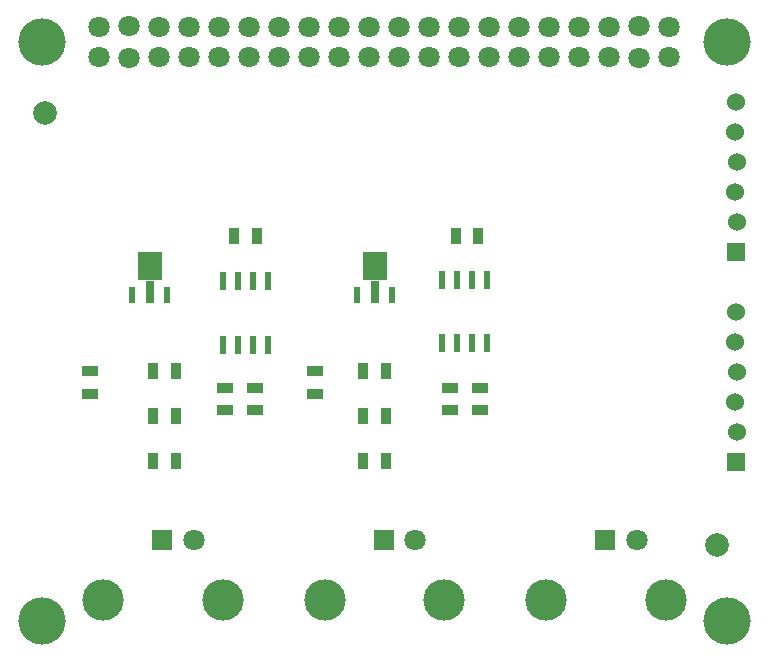
<source format=gbr>
%TF.GenerationSoftware,KiCad,Pcbnew,(6.0.0-0)*%
%TF.CreationDate,2022-01-12T23:13:02-08:00*%
%TF.ProjectId,tentacle-raspi,74656e74-6163-46c6-952d-72617370692e,1.0*%
%TF.SameCoordinates,Original*%
%TF.FileFunction,Soldermask,Bot*%
%TF.FilePolarity,Negative*%
%FSLAX46Y46*%
G04 Gerber Fmt 4.6, Leading zero omitted, Abs format (unit mm)*
G04 Created by KiCad (PCBNEW (6.0.0-0)) date 2022-01-12 23:13:02*
%MOMM*%
%LPD*%
G01*
G04 APERTURE LIST*
%ADD10C,4.000000*%
%ADD11R,1.524000X1.524000*%
%ADD12C,1.524000*%
%ADD13C,3.500000*%
%ADD14R,1.800000X1.800000*%
%ADD15C,1.800000*%
%ADD16R,0.889000X1.397000*%
%ADD17R,1.397000X0.889000*%
%ADD18R,0.570000X1.400000*%
%ADD19R,2.000000X2.450000*%
%ADD20R,0.650000X1.900000*%
%ADD21R,0.600000X1.550000*%
%ADD22C,2.000000*%
G04 APERTURE END LIST*
D10*
%TO.C,PI_Board*%
X109000000Y-110000000D03*
X167000000Y-110000000D03*
X167000000Y-61000000D03*
X109000000Y-61000000D03*
%TD*%
D11*
%TO.C,P101*%
X167750000Y-78820000D03*
D12*
X167813500Y-76280000D03*
X167686500Y-73740000D03*
X167813500Y-71200000D03*
X167686500Y-68660000D03*
X167750000Y-66120000D03*
%TD*%
D13*
%TO.C,P201*%
X114186500Y-108250000D03*
X124313500Y-108250000D03*
D14*
X119186500Y-103170000D03*
D15*
X121853500Y-103170000D03*
%TD*%
D13*
%TO.C,P301*%
X132936500Y-108250000D03*
X143063500Y-108250000D03*
D14*
X137936500Y-103170000D03*
D15*
X140603500Y-103170000D03*
%TD*%
D13*
%TO.C,P401*%
X161813500Y-108250000D03*
X151686500Y-108250000D03*
D14*
X156686500Y-103170000D03*
D15*
X159353500Y-103170000D03*
%TD*%
%TO.C,PI_BOARD101*%
X113870000Y-62270000D03*
X113870000Y-59730000D03*
X116410000Y-62333500D03*
X116410000Y-59666500D03*
X118950000Y-62270000D03*
X118950000Y-59730000D03*
X121490000Y-62270000D03*
X121490000Y-59730000D03*
X124030000Y-62270000D03*
X124030000Y-59730000D03*
X126570000Y-62270000D03*
X126570000Y-59730000D03*
X129110000Y-62270000D03*
X129110000Y-59730000D03*
X131650000Y-62270000D03*
X131650000Y-59730000D03*
X134190000Y-62270000D03*
X134190000Y-59730000D03*
X136730000Y-62270000D03*
X136730000Y-59730000D03*
X139270000Y-62270000D03*
X139270000Y-59730000D03*
X141810000Y-62270000D03*
X141810000Y-59730000D03*
X144350000Y-62270000D03*
X144350000Y-59730000D03*
X146890000Y-62270000D03*
X146890000Y-59730000D03*
X149430000Y-62270000D03*
X149430000Y-59730000D03*
X151970000Y-62270000D03*
X151970000Y-59730000D03*
X154510000Y-62270000D03*
X154510000Y-59730000D03*
X157050000Y-62270000D03*
X157050000Y-59730000D03*
X159590000Y-62333500D03*
X159590000Y-59666500D03*
X162130000Y-62270000D03*
X162130000Y-59730000D03*
%TD*%
D11*
%TO.C,P102*%
X167750000Y-96600000D03*
D12*
X167813500Y-94060000D03*
X167686500Y-91520000D03*
X167813500Y-88980000D03*
X167686500Y-86440000D03*
X167750000Y-83900000D03*
%TD*%
D16*
%TO.C,C201*%
X118427500Y-92710000D03*
X120332500Y-92710000D03*
%TD*%
D17*
%TO.C,C202*%
X113030000Y-90805000D03*
X113030000Y-88900000D03*
%TD*%
D16*
%TO.C,C203*%
X118427500Y-88900000D03*
X120332500Y-88900000D03*
%TD*%
%TO.C,C204*%
X118427500Y-96520000D03*
X120332500Y-96520000D03*
%TD*%
%TO.C,C205*%
X127202500Y-77470000D03*
X125297500Y-77470000D03*
%TD*%
%TO.C,C301*%
X136207500Y-92710000D03*
X138112500Y-92710000D03*
%TD*%
D17*
%TO.C,C302*%
X132080000Y-90805000D03*
X132080000Y-88900000D03*
%TD*%
D16*
%TO.C,C303*%
X136207500Y-88900000D03*
X138112500Y-88900000D03*
%TD*%
%TO.C,C304*%
X136207500Y-96520000D03*
X138112500Y-96520000D03*
%TD*%
%TO.C,C305*%
X145952500Y-77470000D03*
X144047500Y-77470000D03*
%TD*%
D17*
%TO.C,R201*%
X124460000Y-92202500D03*
X124460000Y-90297500D03*
%TD*%
%TO.C,R202*%
X127000000Y-90297500D03*
X127000000Y-92202500D03*
%TD*%
%TO.C,R301*%
X143510000Y-92202500D03*
X143510000Y-90297500D03*
%TD*%
%TO.C,R302*%
X146050000Y-90297500D03*
X146050000Y-92202500D03*
%TD*%
D18*
%TO.C,REG201*%
X119610000Y-82435000D03*
D19*
X118110000Y-80010000D03*
D20*
X118110000Y-82185000D03*
D18*
X116610000Y-82435000D03*
%TD*%
%TO.C,REG301*%
X138660000Y-82435000D03*
D20*
X137160000Y-82185000D03*
D19*
X137160000Y-80010000D03*
D18*
X135660000Y-82435000D03*
%TD*%
D21*
%TO.C,SIG_ISO301*%
X146685000Y-86520000D03*
X145415000Y-86520000D03*
X144145000Y-86520000D03*
X142875000Y-86520000D03*
X142875000Y-81120000D03*
X144145000Y-81120000D03*
X145415000Y-81120000D03*
X146685000Y-81120000D03*
%TD*%
%TO.C,SIG_ISO201*%
X128155000Y-86680000D03*
X126885000Y-86680000D03*
X125615000Y-86680000D03*
X124345000Y-86680000D03*
X124345000Y-81280000D03*
X125615000Y-81280000D03*
X126885000Y-81280000D03*
X128155000Y-81280000D03*
%TD*%
D22*
%TO.C,fiducial*%
X109220000Y-67056000D03*
%TD*%
%TO.C,fiducial*%
X166116000Y-103632000D03*
%TD*%
M02*

</source>
